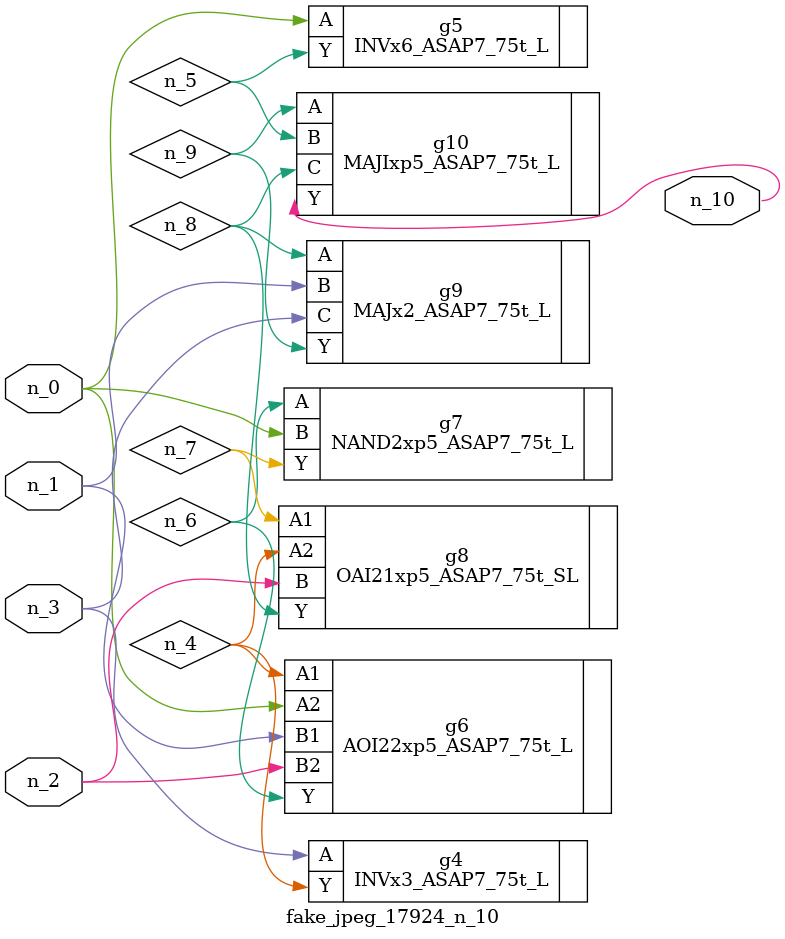
<source format=v>
module fake_jpeg_17924_n_10 (n_0, n_3, n_2, n_1, n_10);

input n_0;
input n_3;
input n_2;
input n_1;

output n_10;

wire n_4;
wire n_8;
wire n_9;
wire n_6;
wire n_5;
wire n_7;

INVx3_ASAP7_75t_L g4 ( 
.A(n_3),
.Y(n_4)
);

INVx6_ASAP7_75t_L g5 ( 
.A(n_0),
.Y(n_5)
);

AOI22xp5_ASAP7_75t_L g6 ( 
.A1(n_4),
.A2(n_0),
.B1(n_1),
.B2(n_2),
.Y(n_6)
);

NAND2xp5_ASAP7_75t_L g7 ( 
.A(n_6),
.B(n_0),
.Y(n_7)
);

OAI21xp5_ASAP7_75t_SL g8 ( 
.A1(n_7),
.A2(n_4),
.B(n_2),
.Y(n_8)
);

MAJx2_ASAP7_75t_L g9 ( 
.A(n_8),
.B(n_1),
.C(n_3),
.Y(n_9)
);

MAJIxp5_ASAP7_75t_L g10 ( 
.A(n_9),
.B(n_5),
.C(n_8),
.Y(n_10)
);


endmodule
</source>
